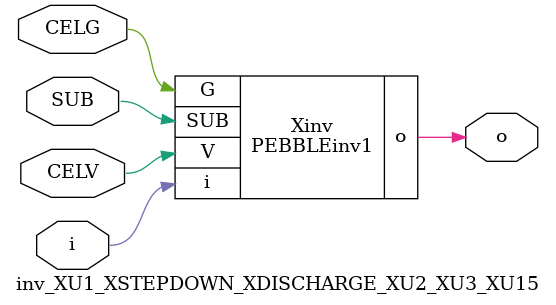
<source format=v>



module PEBBLEinv1 ( o, G, SUB, V, i );

  input V;
  input i;
  input G;
  output o;
  input SUB;
endmodule

//Celera Confidential Do Not Copy inv_XU1_XSTEPDOWN_XDISCHARGE_XU2_XU3_XU15
//Celera Confidential Symbol Generator
//5V Inverter
module inv_XU1_XSTEPDOWN_XDISCHARGE_XU2_XU3_XU15 (CELV,CELG,i,o,SUB);
input CELV;
input CELG;
input i;
input SUB;
output o;

//Celera Confidential Do Not Copy inv
PEBBLEinv1 Xinv(
.V (CELV),
.i (i),
.o (o),
.SUB (SUB),
.G (CELG)
);
//,diesize,PEBBLEinv1

//Celera Confidential Do Not Copy Module End
//Celera Schematic Generator
endmodule

</source>
